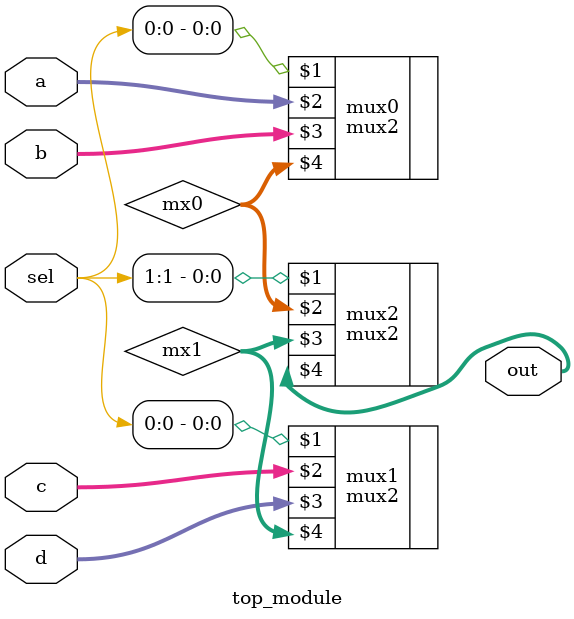
<source format=v>
module top_module (
    input [1:0] sel,
    input [7:0] a,
    input [7:0] b,
    input [7:0] c,
    input [7:0] d,
    output [7:0] out  ); 

    wire [7:0] mx0, mx1;
    mux2 mux0 ( sel[0],a,b, mx0 );
    mux2 mux1 ( sel[0],c,d, mx1 );
    mux2 mux2 ( sel[1], mx0, mx1,  out );

endmodule

</source>
